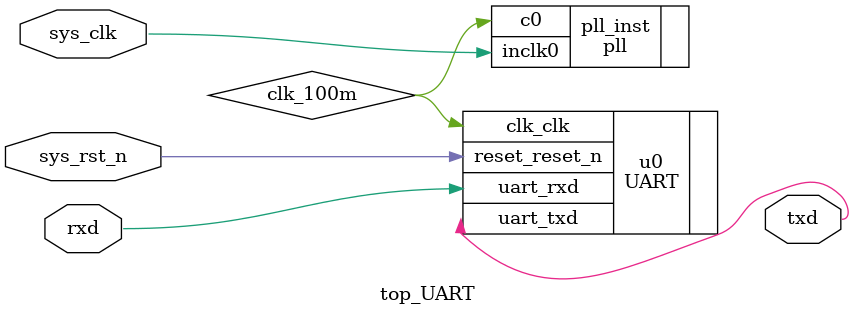
<source format=v>

module top_UART(
    input             sys_clk    ,
	 input             sys_rst_n  ,

//UART端口    
	 input             rxd        ,   //UART 接收端
    output            txd            //UART 发送端
);

//wire define
wire  clk_100m;                      //100mHZ时钟

//例化pll模块，用以产生
pll	pll_inst (
	 .inclk0         (sys_clk) ,              
	 .c0             (clk_100m)
	 );	

//例化UART核
UART u0 (
    .clk_clk        (clk_100m),      //   clk.clk
    .reset_reset_n  (sys_rst_n),     //   reset.reset_n
    .uart_rxd       (rxd),           //   uart.rxd
    .uart_txd       (txd)            //   .txd
    );
	
endmodule	

</source>
